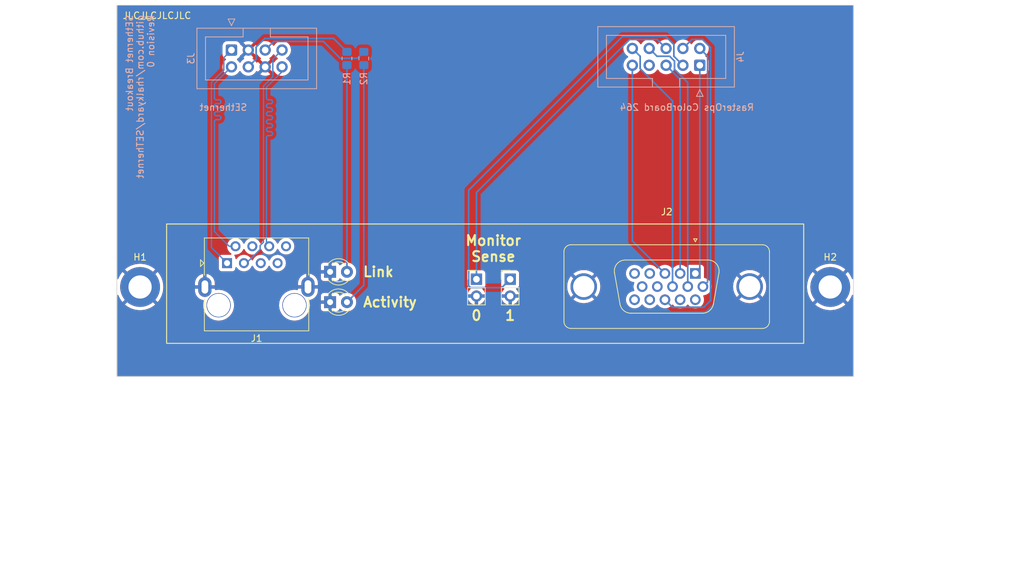
<source format=kicad_pcb>
(kicad_pcb (version 20221018) (generator pcbnew)
  (title_block (title "Breakout board for SEthernet-series Ethernet cards") (date "2023-11-10") (rev "0"))
  (layers (0 "F.Cu" signal) (31 "B.Cu" signal) (34 "B.Paste" user) (35 "F.Paste" user) (36 "B.SilkS" user "B.Silkscreen") (37 "F.SilkS" user "F.Silkscreen") (38 "B.Mask" user) (39 "F.Mask" user) (44 "Edge.Cuts" user))
  (net 0 "")
  (net 1 "Earth")
  (net 2 "/R")
  (net 3 "/G")
  (net 4 "/LEDB")
  (net 5 "/RX-")
  (net 6 "/RX+")
  (net 7 "/TX-")
  (net 8 "/TX+")
  (net 9 "/LEDA")
  (net 10 "/B")
  (net 11 "/R_GND")
  (net 12 "/G_GND")
  (net 15 "/B_GND")
  (net 16 "/~{CSYNC}")
  (net 17 "/SENSE1")
  (net 22 "/SENSE0")
  (net 25 "/PIN8_NC")
  (net 26 "Net-(D1-A)")
  (net 27 "Net-(D2-A)")
  (footprint "PDS-Ethernet:Kycon-GDTX-S-88_Vertical" (layer "F.Cu") (at 44.136 72.62)
    (fp_text reference "J1" (at 7.87 1.13) (layer "F.SilkS"))
    (fp_text value "8P8C_Shielded")
    (fp_line (start -0.58 -10.72) (end -0.58 -9.72) (stroke (width 0.12)) (layer "F.SilkS"))
    (fp_line (start -0.58 -9.72) (end -0.08 -10.22) (stroke (width 0.12)) (layer "F.SilkS"))
    (fp_line (start -0.08 -10.22) (end -0.58 -10.72) (stroke (width 0.12)) (layer "F.SilkS"))
    (fp_line (start 0 -14.01) (end 0 -8.4) (stroke (width 0.12)) (layer "F.SilkS"))
    (fp_line (start 0 -4.8) (end 0 0) (stroke (width 0.12)) (layer "F.SilkS"))
    (fp_line (start 15.72 -14.01) (end 0 -14.01) (stroke (width 0.12)) (layer "F.SilkS"))
    (fp_line (start 15.73 -14.01) (end 15.715 -8.42) (stroke (width 0.12)) (layer "F.SilkS"))
    (fp_line (start 15.73 -4.92) (end 15.73 0) (stroke (width 0.12)) (layer "F.SilkS"))
    (fp_line (start 15.73 0) (end 0 0) (stroke (width 0.12)) (layer "F.SilkS"))
    (pad "" np_thru_hole circle (at 2.15 -3.87) (size 3.65 3.65) (drill 3.45) (layers "F&B.Cu" "*.Mask"))
    (pad "" np_thru_hole circle (at 13.58 -3.87) (size 3.65 3.65) (drill 3.45) (layers "F&B.Cu" "*.Mask"))
    (pad "1" thru_hole rect (at 3.42 -10.22) (size 1.5 1.5) (drill 0.9) (layers "*.Cu" "*.Mask") (net 8 "/TX+"))
    (pad "2" thru_hole circle (at 4.69 -12.76) (size 1.5 1.5) (drill 0.9) (layers "*.Cu" "*.Mask") (net 7 "/TX-"))
    (pad "3" thru_hole circle (at 5.96 -10.22) (size 1.5 1.5) (drill 0.9) (layers "*.Cu" "*.Mask") (net 6 "/RX+"))
    (pad "4" thru_hole circle (at 7.23 -12.76) (size 1.5 1.5) (drill 0.9) (layers "*.Cu" "*.Mask"))
    (pad "5" thru_hole circle (at 8.5 -10.22) (size 1.5 1.5) (drill 0.9) (layers "*.Cu" "*.Mask"))
    (pad "6" thru_hole circle (at 9.77 -12.76) (size 1.5 1.5) (drill 0.9) (layers "*.Cu" "*.Mask") (net 5 "/RX-"))
    (pad "7" thru_hole circle (at 11.04 -10.22) (size 1.5 1.5) (drill 0.9) (layers "*.Cu" "*.Mask"))
    (pad "8" thru_hole circle (at 12.31 -12.76) (size 1.5 1.5) (drill 0.9) (layers "*.Cu" "*.Mask"))
    (pad "SH" thru_hole oval (at 0.08 -6.62) (size 2 3) (drill oval 1 2) (layers "*.Cu" "*.Mask") (net 1 "Earth"))
    (pad "SH" thru_hole oval (at 15.615 -6.64) (size 2 3) (drill oval 1 2) (layers "*.Cu" "*.Mask") (net 1 "Earth"))
  )
  (footprint "Connector_PinHeader_2.54mm:PinHeader_1x02_P2.54mm_Vertical" (layer "F.Cu") (at 90.216 64.831)
    (fp_text reference "JP2" hide)
    (fp_text value "Jumper_2_Bridged")
    (fp_line (start -1.33 -1.33) (end 0 -1.33) (stroke (width 0.12)) (layer "F.SilkS"))
    (fp_line (start -1.33 0) (end -1.33 -1.33) (stroke (width 0.12)) (layer "F.SilkS"))
    (fp_line (start -1.33 1.27) (end -1.33 3.87) (stroke (width 0.12)) (layer "F.SilkS"))
    (fp_line (start -1.33 1.27) (end 1.33 1.27) (stroke (width 0.12)) (layer "F.SilkS"))
    (fp_line (start -1.33 3.87) (end 1.33 3.87) (stroke (width 0.12)) (layer "F.SilkS"))
    (fp_line (start 1.33 1.27) (end 1.33 3.87) (stroke (width 0.12)) (layer "F.SilkS"))
    (pad "1" thru_hole rect (at 0 0) (size 1.7 1.7) (drill 1) (layers "*.Cu" "*.Mask") (net 17 "/SENSE1"))
    (pad "2" thru_hole oval (at 0 2.54) (size 1.7 1.7) (drill 1) (layers "*.Cu" "*.Mask") (net 1 "Earth"))
  )
  (footprint "LED_THT:LED_D3.0mm" (layer "F.Cu") (at 63.083 68.286)
    (fp_text reference "D2" hide)
    (fp_text value "Red")
    (fp_line (start -0.29 -1.236) (end -0.29 -1.08) (stroke (width 0.12)) (layer "F.SilkS"))
    (fp_line (start -0.29 1.08) (end -0.29 1.236) (stroke (width 0.12)) (layer "F.SilkS"))
    (fp_arc (start -0.29 -1.235516) (mid 1.366487 -1.987659) (end 2.942335 -1.078608) (stroke (width 0.12)) (layer "F.SilkS"))
    (fp_arc (start 0.229039 -1.08) (mid 1.270117 -1.5) (end 2.31113 -1.079837) (stroke (width 0.12)) (layer "F.SilkS"))
    (fp_arc (start 2.31113 1.079837) (mid 1.270117 1.5) (end 0.229039 1.08) (stroke (width 0.12)) (layer "F.SilkS"))
    (fp_arc (start 2.942335 1.078608) (mid 1.366487 1.987659) (end -0.29 1.235516) (stroke (width 0.12)) (layer "F.SilkS"))
    (pad "1" thru_hole rect (at 0 0) (size 1.8 1.8) (drill 0.9) (layers "*.Cu" "*.Mask") (net 1 "Earth"))
    (pad "2" thru_hole circle (at 2.54 0) (size 1.8 1.8) (drill 0.9) (layers "*.Cu" "*.Mask") (net 27 "Net-(D2-A)"))
  )
  (footprint "Connector_Dsub:DSUB-15-HD_Female_Vertical_P2.29x1.98mm_MountingHoles" (layer "F.Cu") (at 118.121 63.961)
    (fp_text reference "J2" (at -4.315 -9.29) (layer "F.SilkS"))
    (fp_text value "DE15_Receptacle_HighDensity_MountingHoles")
    (fp_line (start -19.8 7.23) (end -19.8 -3.27) (stroke (width 0.12)) (layer "F.SilkS"))
    (fp_line (start -18.74 -4.33) (end 10.11 -4.33) (stroke (width 0.12)) (layer "F.SilkS"))
    (fp_line (start -12.18147 -0.081744) (end -11.352733 4.618256) (stroke (width 0.12)) (layer "F.SilkS"))
    (fp_line (start -10.546689 -2.03) (end 1.916689 -2.03) (stroke (width 0.12)) (layer "F.SilkS"))
    (fp_line (start -9.717952 5.99) (end 1.087952 5.99) (stroke (width 0.12)) (layer "F.SilkS"))
    (fp_line (start -0.25 -5.224338) (end 0.25 -5.224338) (stroke (width 0.12)) (layer "F.SilkS"))
    (fp_line (start 0 -4.791325) (end -0.25 -5.224338) (stroke (width 0.12)) (layer "F.SilkS"))
    (fp_line (start 0.25 -5.224338) (end 0 -4.791325) (stroke (width 0.12)) (layer "F.SilkS"))
    (fp_line (start 3.55147 -0.081744) (end 2.722733 4.618256) (stroke (width 0.12)) (layer "F.SilkS"))
    (fp_line (start 10.11 8.29) (end -18.74 8.29) (stroke (width 0.12)) (layer "F.SilkS"))
    (fp_line (start 11.17 -3.27) (end 11.17 7.23) (stroke (width 0.12)) (layer "F.SilkS"))
    (fp_arc (start -19.8 -3.27) (mid -19.489533 -4.019533) (end -18.74 -4.33) (stroke (width 0.12)) (layer "F.SilkS"))
    (fp_arc (start -18.74 8.29) (mid -19.489533 7.979533) (end -19.8 7.23) (stroke (width 0.12)) (layer "F.SilkS"))
    (fp_arc (start -12.18147 -0.081744) (mid -11.818323 -1.437028) (end -10.546689 -2.03) (stroke (width 0.12)) (layer "F.SilkS"))
    (fp_arc (start -9.717952 5.99) (mid -10.78498 5.601634) (end -11.352733 4.618256) (stroke (width 0.12)) (layer "F.SilkS"))
    (fp_arc (start 1.916689 -2.03) (mid 3.188324 -1.437028) (end 3.55147 -0.081744) (stroke (width 0.12)) (layer "F.SilkS"))
    (fp_arc (start 2.722733 4.618256) (mid 2.15498 5.601634) (end 1.087952 5.99) (stroke (width 0.12)) (layer "F.SilkS"))
    (fp_arc (start 10.11 -4.33) (mid 10.859533 -4.019533) (end 11.17 -3.27) (stroke (width 0.12)) (layer "F.SilkS"))
    (fp_arc (start 11.17 7.23) (mid 10.859533 7.979533) (end 10.11 8.29) (stroke (width 0.12)) (layer "F.SilkS"))
    (pad "0" thru_hole circle (at -16.815 1.98) (size 4 4) (drill 3.2) (layers "*.Cu" "*.Mask") (net 1 "Earth"))
    (pad "0" thru_hole circle (at 8.185 1.98) (size 4 4) (drill 3.2) (layers "*.Cu" "*.Mask") (net 1 "Earth"))
    (pad "1" thru_hole rect (at 0 0) (size 1.6 1.6) (drill 1) (layers "*.Cu" "*.Mask") (net 2 "/R"))
    (pad "2" thru_hole circle (at -2.29 0) (size 1.6 1.6) (drill 1) (layers "*.Cu" "*.Mask") (net 3 "/G"))
    (pad "3" thru_hole circle (at -4.58 0) (size 1.6 1.6) (drill 1) (layers "*.Cu" "*.Mask") (net 10 "/B"))
    (pad "4" thru_hole circle (at -6.87 0) (size 1.6 1.6) (drill 1) (layers "*.Cu" "*.Mask"))
    (pad "5" thru_hole circle (at -9.16 0) (size 1.6 1.6) (drill 1) (layers "*.Cu" "*.Mask"))
    (pad "6" thru_hole circle (at 1.145 1.98) (size 1.6 1.6) (drill 1) (layers "*.Cu" "*.Mask") (net 11 "/R_GND"))
    (pad "7" thru_hole circle (at -1.145 1.98) (size 1.6 1.6) (drill 1) (layers "*.Cu" "*.Mask") (net 12 "/G_GND"))
    (pad "8" thru_hole circle (at -3.435 1.98) (size 1.6 1.6) (drill 1) (layers "*.Cu" "*.Mask") (net 15 "/B_GND"))
    (pad "9" thru_hole circle (at -5.725 1.98) (size 1.6 1.6) (drill 1) (layers "*.Cu" "*.Mask"))
    (pad "10" thru_hole circle (at -8.015 1.98) (size 1.6 1.6) (drill 1) (layers "*.Cu" "*.Mask"))
    (pad "11" thru_hole circle (at 0 3.96) (size 1.6 1.6) (drill 1) (layers "*.Cu" "*.Mask"))
    (pad "12" thru_hole circle (at -2.29 3.96) (size 1.6 1.6) (drill 1) (layers "*.Cu" "*.Mask"))
    (pad "13" thru_hole circle (at -4.58 3.96) (size 1.6 1.6) (drill 1) (layers "*.Cu" "*.Mask") (net 16 "/~{CSYNC}"))
    (pad "14" thru_hole circle (at -6.87 3.96) (size 1.6 1.6) (drill 1) (layers "*.Cu" "*.Mask"))
    (pad "15" thru_hole circle (at -9.16 3.96) (size 1.6 1.6) (drill 1) (layers "*.Cu" "*.Mask"))
  )
  (footprint "PDS-Ethernet:MountingHole_3.5mm_Pad" (layer "F.Cu") (at 34.45 66)
    (fp_text reference "H1" (at 0 -4.5) (layer "F.SilkS"))
    (fp_text value "MountingHole_Pad")
    (pad "1" thru_hole circle (at 0 0) (size 6 6) (drill 3.5) (layers "*.Cu" "*.Mask") (net 1 "Earth"))
  )
  (footprint "LED_THT:LED_D3.0mm" (layer "F.Cu") (at 63.083 63.714)
    (fp_text reference "D1" hide)
    (fp_text value "Green")
    (fp_line (start -0.29 -1.236) (end -0.29 -1.08) (stroke (width 0.12)) (layer "F.SilkS"))
    (fp_line (start -0.29 1.08) (end -0.29 1.236) (stroke (width 0.12)) (layer "F.SilkS"))
    (fp_arc (start -0.29 -1.235516) (mid 1.366487 -1.987659) (end 2.942335 -1.078608) (stroke (width 0.12)) (layer "F.SilkS"))
    (fp_arc (start 0.229039 -1.08) (mid 1.270117 -1.5) (end 2.31113 -1.079837) (stroke (width 0.12)) (layer "F.SilkS"))
    (fp_arc (start 2.31113 1.079837) (mid 1.270117 1.5) (end 0.229039 1.08) (stroke (width 0.12)) (layer "F.SilkS"))
    (fp_arc (start 2.942335 1.078608) (mid 1.366487 1.987659) (end -0.29 1.235516) (stroke (width 0.12)) (layer "F.SilkS"))
    (pad "1" thru_hole rect (at 0 0) (size 1.8 1.8) (drill 0.9) (layers "*.Cu" "*.Mask") (net 1 "Earth"))
    (pad "2" thru_hole circle (at 2.54 0) (size 1.8 1.8) (drill 0.9) (layers "*.Cu" "*.Mask") (net 26 "Net-(D1-A)"))
  )
  (footprint "PDS-Ethernet:MountingHole_3.5mm_Pad" (layer "F.Cu") (at 138.45 66)
    (fp_text reference "H2" (at 0 -4.5) (layer "F.SilkS"))
    (fp_text value "MountingHole_Pad")
    (pad "1" thru_hole circle (at 0 0) (size 6 6) (drill 3.5) (layers "*.Cu" "*.Mask") (net 1 "Earth"))
  )
  (footprint "Connector_PinHeader_2.54mm:PinHeader_1x02_P2.54mm_Vertical" (layer "F.Cu") (at 85.136 64.831)
    (fp_text reference "JP1" hide)
    (fp_text value "Jumper_2_Bridged")
    (fp_line (start -1.33 -1.33) (end 0 -1.33) (stroke (width 0.12)) (layer "F.SilkS"))
    (fp_line (start -1.33 0) (end -1.33 -1.33) (stroke (width 0.12)) (layer "F.SilkS"))
    (fp_line (start -1.33 1.27) (end -1.33 3.87) (stroke (width 0.12)) (layer "F.SilkS"))
    (fp_line (start -1.33 1.27) (end 1.33 1.27) (stroke (width 0.12)) (layer "F.SilkS"))
    (fp_line (start -1.33 3.87) (end 1.33 3.87) (stroke (width 0.12)) (layer "F.SilkS"))
    (fp_line (start 1.33 1.27) (end 1.33 3.87) (stroke (width 0.12)) (layer "F.SilkS"))
    (pad "1" thru_hole rect (at 0 0) (size 1.7 1.7) (drill 1) (layers "*.Cu" "*.Mask") (net 22 "/SENSE0"))
    (pad "2" thru_hole oval (at 0 2.54) (size 1.7 1.7) (drill 1) (layers "*.Cu" "*.Mask") (net 1 "Earth"))
  )
  (footprint "Resistor_SMD:R_0805_2012Metric_Pad1.20x1.40mm_HandSolder" (layer "B.Cu") (at 65.623 31.532 90)
    (fp_text reference "R1" (at -3.064 0 90) (layer "B.SilkS") (effects (justify mirror)))
    (fp_text value "180R")
    (fp_line (start -0.227064 -0.735) (end 0.227064 -0.735) (stroke (width 0.12)) (layer "B.SilkS"))
    (fp_line (start -0.227064 0.735) (end 0.227064 0.735) (stroke (width 0.12)) (layer "B.SilkS"))
    (pad "1" smd roundrect (at -1 0 90) (size 1.2 1.4) (layers "B.Cu" "B.Paste" "B.Mask") (roundrect_rratio 0.2083333333) (net 26 "Net-(D1-A)"))
    (pad "2" smd roundrect (at 1 0 90) (size 1.2 1.4) (layers "B.Cu" "B.Paste" "B.Mask") (roundrect_rratio 0.2083333333) (net 9 "/LEDA"))
  )
  (footprint "Connector_IDC:IDC-Header_2x04_P2.54mm_Vertical" (layer "B.Cu") (at 48.222 30.262 -90)
    (fp_text reference "J3" (at 1.27 6.1 90) (layer "B.SilkS") (effects (justify mirror)))
    (fp_text value "Conn_02x04_Odd_Even")
    (fp_line (start -4.68 -0.5) (end -3.68 0) (stroke (width 0.12)) (layer "B.SilkS"))
    (fp_line (start -4.68 0.5) (end -4.68 -0.5) (stroke (width 0.12)) (layer "B.SilkS"))
    (fp_line (start -3.68 0) (end -4.68 0.5) (stroke (width 0.12)) (layer "B.SilkS"))
    (fp_line (start -3.29 -12.83) (end -3.29 5.21) (stroke (width 0.12)) (layer "B.SilkS"))
    (fp_line (start -3.29 -1.76) (end -1.98 -1.76) (stroke (width 0.12)) (layer "B.SilkS"))
    (fp_line (start -3.29 5.21) (end 5.83 5.21) (stroke (width 0.12)) (layer "B.SilkS"))
    (fp_line (start -1.98 -11.53) (end -1.98 -5.86) (stroke (width 0.12)) (layer "B.SilkS"))
    (fp_line (start -1.98 -5.86) (end -3.29 -5.86) (stroke (width 0.12)) (layer "B.SilkS"))
    (fp_line (start -1.98 -5.86) (end -1.98 -5.86) (stroke (width 0.12)) (layer "B.SilkS"))
    (fp_line (start -1.98 -1.76) (end -1.98 3.91) (stroke (width 0.12)) (layer "B.SilkS"))
    (fp_line (start -1.98 3.91) (end 4.52 3.91) (stroke (width 0.12)) (layer "B.SilkS"))
    (fp_line (start 4.52 -11.53) (end -1.98 -11.53) (stroke (width 0.12)) (layer "B.SilkS"))
    (fp_line (start 4.52 3.91) (end 4.52 -11.53) (stroke (width 0.12)) (layer "B.SilkS"))
    (fp_line (start 5.83 -12.83) (end -3.29 -12.83) (stroke (width 0.12)) (layer "B.SilkS"))
    (fp_line (start 5.83 5.21) (end 5.83 -12.83) (stroke (width 0.12)) (layer "B.SilkS"))
    (pad "1" thru_hole roundrect (at 0 0 270) (size 1.7 1.7) (drill 1) (layers "*.Cu" "*.Mask") (roundrect_rratio 0.1470588235) (net 8 "/TX+"))
    (pad "2" thru_hole circle (at 2.54 0 270) (size 1.7 1.7) (drill 1) (layers "*.Cu" "*.Mask") (net 7 "/TX-"))
    (pad "3" thru_hole circle (at 0 -2.54 270) (size 1.7 1.7) (drill 1) (layers "*.Cu" "*.Mask") (net 1 "Earth"))
    (pad "4" thru_hole circle (at 2.54 -2.54 270) (size 1.7 1.7) (drill 1) (layers "*.Cu" "*.Mask") (net 9 "/LEDA"))
    (pad "5" thru_hole circle (at 0 -5.08 270) (size 1.7 1.7) (drill 1) (layers "*.Cu" "*.Mask") (net 4 "/LEDB"))
    (pad "6" thru_hole circle (at 2.54 -5.08 270) (size 1.7 1.7) (drill 1) (layers "*.Cu" "*.Mask") (net 1 "Earth"))
    (pad "7" thru_hole circle (at 0 -7.62 270) (size 1.7 1.7) (drill 1) (layers "*.Cu" "*.Mask") (net 6 "/RX+"))
    (pad "8" thru_hole circle (at 2.54 -7.62 270) (size 1.7 1.7) (drill 1) (layers "*.Cu" "*.Mask") (net 5 "/RX-"))
  )
  (footprint "Resistor_SMD:R_0805_2012Metric_Pad1.20x1.40mm_HandSolder" (layer "B.Cu") (at 68.163 31.532 90)
    (fp_text reference "R2" (at -3.048 0 90) (layer "B.SilkS") (effects (justify mirror)))
    (fp_text value "180R" hide)
    (fp_line (start -0.227064 -0.735) (end 0.227064 -0.735) (stroke (width 0.12)) (layer "B.SilkS"))
    (fp_line (start -0.227064 0.735) (end 0.227064 0.735) (stroke (width 0.12)) (layer "B.SilkS"))
    (pad "1" smd roundrect (at -1 0 90) (size 1.2 1.4) (layers "B.Cu" "B.Paste" "B.Mask") (roundrect_rratio 0.2083333333) (net 27 "Net-(D2-A)"))
    (pad "2" smd roundrect (at 1 0 90) (size 1.2 1.4) (layers "B.Cu" "B.Paste" "B.Mask") (roundrect_rratio 0.2083333333) (net 4 "/LEDB"))
  )
  (footprint "Connector_IDC:IDC-Header_2x05_P2.54mm_Vertical" (layer "B.Cu") (at 118.791 32.5635 90)
    (fp_text reference "J4" (at 1.27 6.1 90) (layer "B.SilkS") (effects (justify mirror)))
    (fp_text value "Conn_02x05_Odd_Even")
    (fp_line (start -4.68 -0.5) (end -3.68 0) (stroke (width 0.12)) (layer "B.SilkS"))
    (fp_line (start -4.68 0.5) (end -4.68 -0.5) (stroke (width 0.12)) (layer "B.SilkS"))
    (fp_line (start -3.68 0) (end -4.68 0.5) (stroke (width 0.12)) (layer "B.SilkS"))
    (fp_line (start -3.29 -15.37) (end -3.29 5.21) (stroke (width 0.12)) (layer "B.SilkS"))
    (fp_line (start -3.29 -3.03) (end -1.98 -3.03) (stroke (width 0.12)) (layer "B.SilkS"))
    (fp_line (start -3.29 5.21) (end 5.83 5.21) (stroke (width 0.12)) (layer "B.SilkS"))
    (fp_line (start -1.98 -14.07) (end -1.98 -7.13) (stroke (width 0.12)) (layer "B.SilkS"))
    (fp_line (start -1.98 -7.13) (end -3.29 -7.13) (stroke (width 0.12)) (layer "B.SilkS"))
    (fp_line (start -1.98 -7.13) (end -1.98 -7.13) (stroke (width 0.12)) (layer "B.SilkS"))
    (fp_line (start -1.98 -3.03) (end -1.98 3.91) (stroke (width 0.12)) (layer "B.SilkS"))
    (fp_line (start -1.98 3.91) (end 4.52 3.91) (stroke (width 0.12)) (layer "B.SilkS"))
    (fp_line (start 4.52 -14.07) (end -1.98 -14.07) (stroke (width 0.12)) (layer "B.SilkS"))
    (fp_line (start 4.52 3.91) (end 4.52 -14.07) (stroke (width 0.12)) (layer "B.SilkS"))
    (fp_line (start 5.83 -15.37) (end -3.29 -15.37) (stroke (width 0.12)) (layer "B.SilkS"))
    (fp_line (start 5.83 5.21) (end 5.83 -15.37) (stroke (width 0.12)) (layer "B.SilkS"))
    (pad "1" thru_hole roundrect (at 0 0 90) (size 1.7 1.7) (drill 1) (layers "*.Cu" "*.Mask") (roundrect_rratio 0.1470588235) (net 2 "/R"))
    (pad "2" thru_hole circle (at 2.54 0 90) (size 1.7 1.7) (drill 1) (layers "*.Cu" "*.Mask") (net 11 "/R_GND"))
    (pad "3" thru_hole circle (at 0 -2.54 90) (size 1.7 1.7) (drill 1) (layers "*.Cu" "*.Mask") (net 17 "/SENSE1"))
    (pad "4" thru_hole circle (at 2.54 -2.54 90) (size 1.7 1.7) (drill 1) (layers "*.Cu" "*.Mask") (net 16 "/~{CSYNC}"))
    (pad "5" thru_hole circle (at 0 -5.08 90) (size 1.7 1.7) (drill 1) (layers "*.Cu" "*.Mask") (net 3 "/G"))
    (pad "6" thru_hole circle (at 2.54 -5.08 90) (size 1.7 1.7) (drill 1) (layers "*.Cu" "*.Mask") (net 22 "/SENSE0"))
    (pad "7" thru_hole circle (at 0 -7.62 90) (size 1.7 1.7) (drill 1) (layers "*.Cu" "*.Mask") (net 25 "/PIN8_NC"))
    (pad "8" thru_hole circle (at 2.54 -7.62 90) (size 1.7 1.7) (drill 1) (layers "*.Cu" "*.Mask") (net 12 "/G_GND"))
    (pad "9" thru_hole circle (at 0 -10.16 90) (size 1.7 1.7) (drill 1) (layers "*.Cu" "*.Mask") (net 10 "/B"))
    (pad "10" thru_hole circle (at 2.54 -10.16 90) (size 1.7 1.7) (drill 1) (layers "*.Cu" "*.Mask") (net 15 "/B_GND"))
  )
  (gr_rect (start 38.45 56.5) (end 134.45 74.5) (stroke (width 0.15)) (fill none) (layer "F.SilkS"))
  (gr_rect (start 30.95 23.5) (end 141.95 79.5) (stroke (width 0.1)) (fill none) (layer "Edge.Cuts"))
  (gr_text "SEthernet" (at 46.99 39.49) (layer "B.SilkS") (effects (font (size 1 1)) (justify bottom mirror)))
  (gr_text "RasterOps ColorBoard 264" (at 116.84 39.49) (layer "B.SilkS") (effects (font (size 1 1)) (justify bottom mirror)))
  (gr_text "SEthernet Breakout\ngithub.com/rhalkyard/SEThernet\nRevision 0" (at 36.665 24.89 90) (layer "B.SilkS") (effects (font (size 1 1)) (justify left bottom mirror)))
  (gr_text "Link" (at 67.909 63.714) (layer "F.SilkS") (effects (font (size 1.5 1.5) (thickness 0.3) bold) (justify left)))
  (gr_text "1" (at 90.216 71.181) (layer "F.SilkS") (effects (font (size 1.5 1.5) (thickness 0.3) bold) (justify bottom)))
  (gr_text "Monitor\nSense" (at 87.676 62.291) (layer "F.SilkS") (effects (font (size 1.5 1.5) (thickness 0.3) bold) (justify bottom)))
  (gr_text "Activity" (at 67.909 68.286) (layer "F.SilkS") (effects (font (size 1.5 1.5) (thickness 0.3) bold) (justify left)))
  (gr_text "0" (at 85.136 71.181) (layer "F.SilkS") (effects (font (size 1.5 1.5) (thickness 0.3) bold) (justify bottom)))
  (gr_text "JLCJLCJLCJLC" (at 31.75 25.647) (layer "F.SilkS") (effects (font (size 1 1)) (justify left bottom)))
  (segment (start 118.791 32.5635) (end 118.791 63.291) (width 0.25) (layer "B.Cu") (net 2))
  (segment (start 115.831 34.6835) (end 115.831 63.961) (width 0.25) (layer "B.Cu") (net 3))
  (segment (start 113.711 32.5635) (end 115.831 34.6835) (width 0.25) (layer "B.Cu") (net 3))
  (segment (start 54.603 28.961) (end 62.065 28.961) (width 0.25) (layer "B.Cu") (net 4))
  (segment (start 67.194 31.501) (end 68.163 30.532) (width 0.25) (layer "B.Cu") (net 4))
  (segment (start 64.605 31.501) (end 67.194 31.501) (width 0.25) (layer "B.Cu") (net 4))
  (segment (start 53.302 30.262) (end 54.603 28.961) (width 0.25) (layer "B.Cu") (net 4))
  (segment (start 62.065 28.961) (end 64.605 31.501) (width 0.25) (layer "B.Cu") (net 4))
  (segment (start 55.842 33.533) (end 53.496001 35.878999) (width 0.2) (layer "B.Cu") (net 5))
  (segment (start 53.496001 43.47) (end 53.496001 59.450001) (width 0.2) (layer "B.Cu") (net 5))
  (segment (start 53.796001 41.37) (end 54.101469 41.37) (width 0.2) (layer "B.Cu") (net 5))
  (segment (start 53.796001 37.77) (end 54.101469 37.77) (width 0.2) (layer "B.Cu") (net 5))
  (segment (start 54.101469 39.57) (end 53.796001 39.57) (width 0.2) (layer "B.Cu") (net 5))
  (segment (start 53.796001 40.17) (end 54.101469 40.17) (width 0.2) (layer "B.Cu") (net 5))
  (segment (start 54.101469 40.77) (end 53.796001 40.77) (width 0.2) (layer "B.Cu") (net 5))
  (segment (start 54.101469 43.17) (end 53.796001 43.17) (width 0.2) (layer "B.Cu") (net 5))
  (segment (start 54.101469 41.97) (end 53.796001 41.97) (width 0.2) (layer "B.Cu") (net 5))
  (segment (start 54.101469 38.37) (end 53.796001 38.37) (width 0.2) (layer "B.Cu") (net 5))
  (segment (start 53.496001 35.878999) (end 53.496001 37.47) (width 0.2) (layer "B.Cu") (net 5))
  (segment (start 53.796001 42.57) (end 54.101469 42.57) (width 0.2) (layer "B.Cu") (net 5))
  (segment (start 53.796001 38.97) (end 54.101469 38.97) (width 0.2) (layer "B.Cu") (net 5))
  (arc (start 53.796001 38.37) (mid 53.583869 38.457868) (end 53.496001 38.67) (width 0.2) (layer "B.Cu") (net 5))
  (arc (start 53.496001 39.87) (mid 53.583869 40.082132) (end 53.796001 40.17) (width 0.2) (layer "B.Cu") (net 5))
  (arc (start 54.101469 37.77) (mid 54.313601 37.857868) (end 54.401469 38.07) (width 0.2) (layer "B.Cu") (net 5))
  (arc (start 54.101469 40.17) (mid 54.313601 40.257868) (end 54.401469 40.47) (width 0.2) (layer "B.Cu") (net 5))
  (arc (start 53.796001 43.17) (mid 53.583869 43.257868) (end 53.496001 43.47) (width 0.2) (layer "B.Cu") (net 5))
  (arc (start 53.496001 41.07) (mid 53.583869 41.282132) (end 53.796001 41.37) (width 0.2) (layer "B.Cu") (net 5))
  (arc (start 53.496001 38.67) (mid 53.583869 38.882132) (end 53.796001 38.97) (width 0.2) (layer "B.Cu") (net 5))
  (arc (start 54.401469 42.87) (mid 54.313601 43.082132) (end 54.101469 43.17) (width 0.2) (layer "B.Cu") (net 5))
  (arc (start 53.796001 40.77) (mid 53.583869 40.857868) (end 53.496001 41.07) (width 0.2) (layer "B.Cu") (net 5))
  (arc (start 54.101469 42.57) (mid 54.313601 42.657868) (end 54.401469 42.87) (width 0.2) (layer "B.Cu") (net 5))
  (arc (start 54.101469 38.97) (mid 54.313601 39.057868) (end 54.401469 39.27) (width 0.2) (layer "B.Cu") (net 5))
  (arc (start 54.401469 41.67) (mid 54.313601 41.882132) (end 54.101469 41.97) (width 0.2) (layer "B.Cu") (net 5))
  (arc (start 53.496001 42.27) (mid 53.583869 42.482132) (end 53.796001 42.57) (width 0.2) (layer "B.Cu") (net 5))
  (arc (start 54.401469 40.47) (mid 54.313601 40.682132) (end 54.101469 40.77) (width 0.2) (layer "B.Cu") (net 5))
  (arc (start 54.401469 39.27) (mid 54.313601 39.482132) (end 54.101469 39.57) (width 0.2) (layer "B.Cu") (net 5))
  (arc (start 53.796001 39.57) (mid 53.583869 39.657868) (end 53.496001 39.87) (width 0.2) (layer "B.Cu") (net 5))
  (arc (start 54.401469 38.07) (mid 54.313601 38.282132) (end 54.101469 38.37) (width 0.2) (layer "B.Cu") (net 5))
  (arc (start 54.101469 41.37) (mid 54.313601 41.457868) (end 54.401469 41.67) (width 0.2) (layer "B.Cu") (net 5))
  (arc (start 53.496001 37.47) (mid 53.583869 37.682132) (end 53.796001 37.77) (width 0.2) (layer "B.Cu") (net 5))
  (arc (start 53.796001 41.97) (mid 53.583869 42.057868) (end 53.496001 42.27) (width 0.2) (layer "B.Cu") (net 5))
  (segment (start 54.452 31.652) (end 54.452 34.288) (width 0.2) (layer "B.Cu") (net 6))
  (segment (start 52.54 60.33) (end 50.47 62.4) (width 0.2) (layer "B.Cu") (net 6))
  (segment (start 55.842 30.262) (end 54.452 31.652) (width 0.2) (layer "B.Cu") (net 6))
  (segment (start 53.045999 59.241745) (end 52.54 59.747744) (width 0.2) (layer "B.Cu") (net 6))
  (segment (start 54.452 34.288) (end 53.045999 35.694001) (width 0.2) (layer "B.Cu") (net 6))
  (segment (start 50.47 62.4) (end 50.304256 62.4) (width 0.2) (layer "B.Cu") (net 6))
  (segment (start 53.045999 35.694001) (end 53.045999 59.241745) (width 0.2) (layer "B.Cu") (net 6))
  (segment (start 52.54 59.747744) (end 52.54 60.33) (width 0.2) (layer "B.Cu") (net 6))
  (segment (start 46.337154 39.57) (end 45.953 39.57) (width 0.2) (layer "B.Cu") (net 7))
  (segment (start 45.953 37.77) (end 46.337154 37.77) (width 0.2) (layer "B.Cu") (net 7))
  (segment (start 45.653 41.07) (end 45.653 57.638801) (width 0.2) (layer "B.Cu") (net 7))
  (segment (start 45.653 35.34) (end 45.653 37.47) (width 0.2) (layer "B.Cu") (net 7))
  (segment (start 48.191 32.802) (end 45.653 35.34) (width 0.2) (layer "B.Cu") (net 7))
  (segment (start 47.874199 59.86) (end 48.826 59.86) (width 0.2) (layer "B.Cu") (net 7))
  (segment (start 45.953 40.17) (end 46.337154 40.17) (width 0.2) (layer "B.Cu") (net 7))
  (segment (start 46.337154 40.77) (end 45.953 40.77) (width 0.2) (layer "B.Cu") (net 7))
  (segment (start 45.953 38.97) (end 46.337154 38.97) (width 0.2) (layer "B.Cu") (net 7))
  (segment (start 45.653 57.638801) (end 47.874199 59.86) (width 0.2) (layer "B.Cu") (net 7))
  (segment (start 46.337154 38.37) (end 45.953 38.37) (width 0.2) (layer "B.Cu") (net 7))
  (arc (start 45.653 39.87) (mid 45.740868 40.082132) (end 45.953 40.17) (width 0.2) (layer "B.Cu") (net 7))
  (arc (start 46.337154 40.17) (mid 46.549286 40.257868) (end 46.637154 40.47) (width 0.2) (layer "B.Cu") (net 7))
  (arc (start 46.637154 40.47) (mid 46.549286 40.682132) (end 46.337154 40.77) (width 0.2) (layer "B.Cu") (net 7))
  (arc (start 45.953 38.37) (mid 45.740868 38.457868) (end 45.653 38.67) (width 0.2) (layer "B.Cu") (net 7))
  (arc (start 46.337154 37.77) (mid 46.549286 37.857868) (end 46.637154 38.07) (width 0.2) (layer "B.Cu") (net 7))
  (arc (start 46.337154 38.97) (mid 46.549286 39.057868) (end 46.637154 39.27) (width 0.2) (layer "B.Cu") (net 7))
  (arc (start 45.653 37.47) (mid 45.740868 37.682132) (end 45.953 37.77) (width 0.2) (layer "B.Cu") (net 7))
  (arc (start 45.653 38.67) (mid 45.740868 38.882132) (end 45.953 38.97) (width 0.2) (layer "B.Cu") (net 7))
  (arc (start 46.637154 38.07) (mid 46.549286 38.282132) (end 46.337154 38.37) (width 0.2) (layer "B.Cu") (net 7))
  (arc (start 46.637154 39.27) (mid 46.549286 39.482132) (end 46.337154 39.57) (width 0.2) (layer "B.Cu") (net 7))
  (arc (start 45.953 40.77) (mid 45.740868 40.857868) (end 45.653 41.07) (width 0.2) (layer "B.Cu") (net 7))
  (arc (start 45.953 39.57) (mid 45.740868 39.657868) (end 45.653 39.87) (width 0.2) (layer "B.Cu") (net 7))
  (segment (start 47.556 62.4) (end 45.203 60.047) (width 0.2) (layer "B.Cu") (net 8))
  (segment (start 45.203 35.155) (end 47.072 33.286) (width 0.2) (layer "B.Cu") (net 8))
  (segment (start 47.072 31.412) (end 48.222 30.262) (width 0.2) (layer "B.Cu") (net 8))
  (segment (start 47.072 33.286) (end 47.072 31.412) (width 0.2) (layer "B.Cu") (net 8))
  (segment (start 45.203 60.047) (end 45.203 35.155) (width 0.2) (layer "B.Cu") (net 8))
  (segment (start 51.937 29.818) (end 53.244 28.511) (width 0.25) (layer "B.Cu") (net 9))
  (segment (start 51.937 31.627) (end 51.937 29.818) (width 0.25) (layer "B.Cu") (net 9))
  (segment (start 50.762 32.802) (end 51.937 31.627) (width 0.25) (layer "B.Cu") (net 9))
  (segment (start 63.602 28.511) (end 65.623 30.532) (width 0.25) (layer "B.Cu") (net 9))
  (segment (start 53.244 28.511) (end 63.602 28.511) (width 0.25) (layer "B.Cu") (net 9))
  (segment (start 113.541 63.961) (end 108.631 59.051) (width 0.25) (layer "B.Cu") (net 10))
  (segment (start 108.631 59.051) (end 108.631 32.5635) (width 0.25) (layer "B.Cu") (net 10))
  (segment (start 119.966 65.241) (end 119.266 65.941) (width 0.25) (layer "B.Cu") (net 11))
  (segment (start 119.966 31.1985) (end 119.966 65.241) (width 0.25) (layer "B.Cu") (net 11))
  (segment (start 118.791 30.0235) (end 119.966 31.1985) (width 0.25) (layer "B.Cu") (net 11))
  (segment (start 114.981 33.170277) (end 114.981 31.929896) (width 0.25) (layer "B.Cu") (net 12))
  (segment (start 116.976 65.941) (end 116.976 35.165277) (width 0.25) (layer "B.Cu") (net 12))
  (segment (start 116.976 35.165277) (end 114.981 33.170277) (width 0.25) (layer "B.Cu") (net 12))
  (segment (start 114.253104 31.202) (end 112.3495 31.202) (width 0.25) (layer "B.Cu") (net 12))
  (segment (start 114.981 31.929896) (end 114.253104 31.202) (width 0.25) (layer "B.Cu") (net 12))
  (segment (start 112.3495 31.202) (end 111.171 30.0235) (width 0.25) (layer "B.Cu") (net 12))
  (segment (start 114.686 65.941) (end 114.686 37.955277) (width 0.25) (layer "B.Cu") (net 15))
  (segment (start 114.686 37.955277) (end 109.806 33.075277) (width 0.25) (layer "B.Cu") (net 15))
  (segment (start 109.806 31.1985) (end 108.631 30.0235) (width 0.25) (layer "B.Cu") (net 15))
  (segment (start 109.806 33.075277) (end 109.806 31.1985) (width 0.25) (layer "B.Cu") (net 15))
  (segment (start 117.6125 28.662) (end 116.251 30.0235) (width 0.25) (layer "B.Cu") (net 16))
  (segment (start 113.541 67.921) (end 114.666 69.046) (width 0.25) (layer "B.Cu") (net 16))
  (segment (start 119.402 69.046) (end 120.416 68.032) (width 0.25) (layer "B.Cu") (net 16))
  (segment (start 120.416 29.88) (end 119.198 28.662) (width 0.25) (layer "B.Cu") (net 16))
  (segment (start 119.198 28.662) (end 117.6125 28.662) (width 0.25) (layer "B.Cu") (net 16))
  (segment (start 114.666 69.046) (end 119.402 69.046) (width 0.25) (layer "B.Cu") (net 16))
  (segment (start 120.416 68.032) (end 120.416 29.88) (width 0.25) (layer "B.Cu") (net 16))
  (segment (start 88.946 66.101) (end 90.216 64.831) (width 0.25) (layer "B.Cu") (net 17))
  (segment (start 83.961 65.815) (end 84.247 66.101) (width 0.25) (layer "B.Cu") (net 17))
  (segment (start 107.15 28.212) (end 83.961 51.401) (width 0.25) (layer "B.Cu") (net 17))
  (segment (start 83.961 51.401) (end 83.961 65.815) (width 0.25) (layer "B.Cu") (net 17))
  (segment (start 84.247 66.101) (end 88.946 66.101) (width 0.25) (layer "B.Cu") (net 17))
  (segment (start 114.886 29.43) (end 113.668 28.212) (width 0.25) (layer "B.Cu") (net 17))
  (segment (start 113.668 28.212) (end 107.15 28.212) (width 0.25) (layer "B.Cu") (net 17))
  (segment (start 116.251 32.5635) (end 114.886 31.1985) (width 0.25) (layer "B.Cu") (net 17))
  (segment (start 114.886 31.1985) (end 114.886 29.43) (width 0.25) (layer "B.Cu") (net 17))
  (segment (start 85.136 64.831) (end 85.136 51.75) (width 0.25) (layer "B.Cu") (net 22))
  (segment (start 85.136 51.75) (end 108.224 28.662) (width 0.25) (layer "B.Cu") (net 22))
  (segment (start 112.3495 28.662) (end 113.711 30.0235) (width 0.25) (layer "B.Cu") (net 22))
  (segment (start 108.224 28.662) (end 112.3495 28.662) (width 0.25) (layer "B.Cu") (net 22))
  (segment (start 65.623 32.532) (end 65.623 63.714) (width 0.25) (layer "B.Cu") (net 26))
  (segment (start 65.623 68.286) (end 68.163 65.746) (width 0.25) (layer "B.Cu") (net 27))
  (segment (start 68.163 65.746) (end 68.163 32.532) (width 0.25) (layer "B.Cu") (net 27))
  (zone (net 1) (net_name "Earth") (layers "F&B.Cu") (connect_pads (clearance 0.5)) (min_thickness 0.25) (fill yes (thermal_gap 0.5) (thermal_bridge_width 0.5))
    (polygon (pts (xy 141.95 79.5) (xy 30.95 79.5) (xy 30.95 23.5) (xy 141.95 23.5)))
  )
)
</source>
